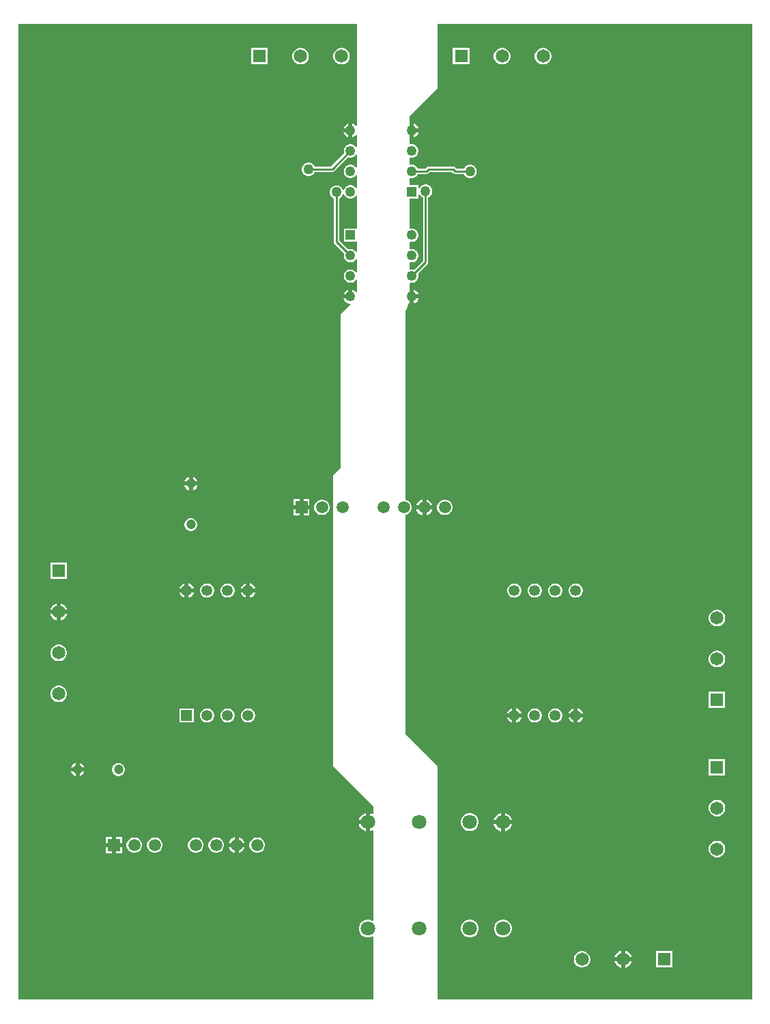
<source format=gbl>
G04*
G04 #@! TF.GenerationSoftware,Altium Limited,Altium Designer,21.9.2 (33)*
G04*
G04 Layer_Physical_Order=2*
G04 Layer_Color=16711680*
%FSLAX43Y43*%
%MOMM*%
G71*
G04*
G04 #@! TF.SameCoordinates,8A64DE41-CE10-4B2C-A13A-6A112CDDCE5D*
G04*
G04*
G04 #@! TF.FilePolarity,Positive*
G04*
G01*
G75*
%ADD14C,0.254*%
%ADD42C,1.350*%
%ADD43R,1.350X1.350*%
%ADD46C,1.650*%
%ADD47R,1.650X1.650*%
%ADD48C,1.250*%
%ADD49R,1.250X1.250*%
%ADD50C,1.800*%
%ADD51R,1.650X1.650*%
%ADD52C,1.200*%
%ADD53C,1.508*%
%ADD54R,1.508X1.508*%
%ADD55C,1.270*%
G36*
X43000Y109399D02*
X42873Y109370D01*
X42730Y109513D01*
X42529Y109629D01*
X42444Y109652D01*
Y108810D01*
Y107968D01*
X42529Y107991D01*
X42730Y108107D01*
X42873Y108250D01*
X43000Y108221D01*
Y106771D01*
X42873Y106737D01*
X42850Y106777D01*
X42697Y106930D01*
X42508Y107039D01*
X42299Y107095D01*
X42081D01*
X41872Y107039D01*
X41683Y106930D01*
X41530Y106777D01*
X41421Y106588D01*
X41365Y106379D01*
Y106161D01*
X41417Y105968D01*
X39782Y104333D01*
X37772D01*
X37668Y104513D01*
X37513Y104668D01*
X37322Y104778D01*
X37110Y104835D01*
X36890D01*
X36678Y104778D01*
X36487Y104668D01*
X36332Y104513D01*
X36222Y104322D01*
X36165Y104110D01*
Y103890D01*
X36222Y103678D01*
X36332Y103487D01*
X36487Y103332D01*
X36678Y103222D01*
X36890Y103165D01*
X37110D01*
X37322Y103222D01*
X37513Y103332D01*
X37668Y103487D01*
X37772Y103667D01*
X39920D01*
X40048Y103692D01*
X40156Y103764D01*
X41888Y105497D01*
X42081Y105445D01*
X42299D01*
X42508Y105501D01*
X42697Y105610D01*
X42850Y105763D01*
X42873Y105803D01*
X43000Y105769D01*
Y104231D01*
X42873Y104197D01*
X42850Y104237D01*
X42697Y104390D01*
X42508Y104499D01*
X42299Y104555D01*
X42081D01*
X41872Y104499D01*
X41683Y104390D01*
X41530Y104237D01*
X41421Y104048D01*
X41365Y103839D01*
Y103621D01*
X41421Y103412D01*
X41530Y103223D01*
X41683Y103070D01*
X41872Y102961D01*
X42081Y102905D01*
X42299D01*
X42508Y102961D01*
X42697Y103070D01*
X42850Y103223D01*
X42873Y103263D01*
X43000Y103229D01*
Y101691D01*
X42873Y101657D01*
X42850Y101697D01*
X42697Y101850D01*
X42508Y101959D01*
X42299Y102015D01*
X42081D01*
X41872Y101959D01*
X41683Y101850D01*
X41530Y101697D01*
X41421Y101508D01*
X41395Y101411D01*
X41264D01*
X41248Y101467D01*
X41139Y101658D01*
X40983Y101813D01*
X40793Y101923D01*
X40580Y101980D01*
X40360D01*
X40148Y101923D01*
X39958Y101813D01*
X39802Y101658D01*
X39692Y101467D01*
X39635Y101255D01*
Y101035D01*
X39692Y100823D01*
X39802Y100632D01*
X39958Y100477D01*
X40137Y100373D01*
Y94990D01*
X40162Y94862D01*
X40235Y94754D01*
X41417Y93572D01*
X41365Y93379D01*
Y93161D01*
X41421Y92952D01*
X41530Y92763D01*
X41683Y92610D01*
X41872Y92501D01*
X42081Y92445D01*
X42299D01*
X42508Y92501D01*
X42697Y92610D01*
X42850Y92763D01*
X42873Y92803D01*
X43000Y92769D01*
Y91231D01*
X42873Y91197D01*
X42850Y91237D01*
X42697Y91390D01*
X42508Y91499D01*
X42299Y91555D01*
X42081D01*
X41872Y91499D01*
X41683Y91390D01*
X41530Y91237D01*
X41421Y91048D01*
X41365Y90839D01*
Y90621D01*
X41421Y90412D01*
X41530Y90223D01*
X41683Y90070D01*
X41872Y89961D01*
X42081Y89905D01*
X42299D01*
X42508Y89961D01*
X42697Y90070D01*
X42850Y90223D01*
X42873Y90263D01*
X43000Y90229D01*
Y88779D01*
X42873Y88750D01*
X42730Y88893D01*
X42529Y89009D01*
X42444Y89032D01*
Y88190D01*
X42190D01*
Y87936D01*
X41348D01*
X41371Y87851D01*
X41487Y87650D01*
X41650Y87487D01*
X41851Y87371D01*
X42074Y87311D01*
X42131D01*
X42184Y87184D01*
X41000Y86000D01*
Y67000D01*
X40000Y66000D01*
Y30000D01*
X45000Y25000D01*
Y24084D01*
X44890Y24021D01*
X44795Y24075D01*
X44604Y24127D01*
Y23000D01*
Y21873D01*
X44795Y21925D01*
X44890Y21979D01*
X45000Y21916D01*
Y10822D01*
X44890Y10758D01*
X44775Y10825D01*
X44495Y10900D01*
X44205D01*
X43925Y10825D01*
X43675Y10680D01*
X43470Y10475D01*
X43325Y10225D01*
X43250Y9945D01*
Y9655D01*
X43325Y9375D01*
X43470Y9125D01*
X43675Y8920D01*
X43925Y8775D01*
X44205Y8700D01*
X44495D01*
X44775Y8775D01*
X44890Y8842D01*
X45000Y8778D01*
Y1000D01*
X1000D01*
Y122000D01*
X43000D01*
Y109399D01*
D02*
G37*
G36*
X92000Y1000D02*
X53000D01*
Y30000D01*
X49000Y34000D01*
Y61113D01*
X49178Y61161D01*
X49396Y61287D01*
X49573Y61464D01*
X49699Y61682D01*
X49764Y61924D01*
Y62176D01*
X49699Y62418D01*
X49573Y62636D01*
X49396Y62813D01*
X49178Y62939D01*
X49000Y62987D01*
Y86279D01*
X49004Y86288D01*
X49142Y86621D01*
X49143Y86625D01*
X49145Y86629D01*
X49245Y86976D01*
X49339Y87300D01*
X49440Y87367D01*
X49482Y87368D01*
X49556Y87348D01*
Y88190D01*
Y89089D01*
X49510Y89124D01*
Y89852D01*
X49611Y89929D01*
X49701Y89905D01*
X49919D01*
X50128Y89961D01*
X50317Y90070D01*
X50470Y90223D01*
X50579Y90412D01*
X50635Y90621D01*
Y90839D01*
X50583Y91032D01*
X51746Y92194D01*
X51818Y92302D01*
X51843Y92430D01*
Y100483D01*
X52023Y100586D01*
X52178Y100742D01*
X52288Y100932D01*
X52345Y101144D01*
Y101364D01*
X52288Y101577D01*
X52178Y101767D01*
X52023Y101923D01*
X51832Y102033D01*
X51620Y102089D01*
X51400D01*
X51188Y102033D01*
X50997Y101923D01*
X50842Y101767D01*
X50762Y101629D01*
X50635Y101663D01*
Y102015D01*
X49510D01*
Y102852D01*
X49611Y102929D01*
X49701Y102905D01*
X49919D01*
X50128Y102961D01*
X50317Y103070D01*
X50470Y103223D01*
X50574Y103404D01*
X51616D01*
X51744Y103429D01*
X51852Y103501D01*
X52017Y103667D01*
X54813D01*
X54978Y103501D01*
X55086Y103429D01*
X55214Y103404D01*
X56252D01*
X56352Y103231D01*
X56507Y103076D01*
X56698Y102966D01*
X56910Y102909D01*
X57130D01*
X57342Y102966D01*
X57533Y103076D01*
X57688Y103231D01*
X57798Y103422D01*
X57855Y103634D01*
Y103854D01*
X57798Y104066D01*
X57688Y104257D01*
X57533Y104412D01*
X57342Y104522D01*
X57130Y104579D01*
X56910D01*
X56698Y104522D01*
X56507Y104412D01*
X56352Y104257D01*
X56244Y104070D01*
X55352D01*
X55187Y104236D01*
X55078Y104308D01*
X54951Y104333D01*
X51879D01*
X51751Y104308D01*
X51643Y104236D01*
X51478Y104070D01*
X50566D01*
X50470Y104237D01*
X50317Y104390D01*
X50128Y104499D01*
X49919Y104555D01*
X49701D01*
X49611Y104531D01*
X49510Y104608D01*
Y105392D01*
X49611Y105469D01*
X49701Y105445D01*
X49919D01*
X50128Y105501D01*
X50317Y105610D01*
X50470Y105763D01*
X50579Y105952D01*
X50635Y106161D01*
Y106379D01*
X50579Y106588D01*
X50470Y106777D01*
X50317Y106930D01*
X50128Y107039D01*
X49919Y107095D01*
X49701D01*
X49611Y107071D01*
X49510Y107148D01*
Y107876D01*
X49556Y107911D01*
Y108810D01*
Y109709D01*
X49510Y109744D01*
Y110510D01*
X52000Y113000D01*
X53000Y114000D01*
Y122000D01*
X92000D01*
Y1000D01*
D02*
G37*
G36*
X50842Y100742D02*
X50997Y100586D01*
X51177Y100483D01*
Y92568D01*
X50112Y91503D01*
X49919Y91555D01*
X49701D01*
X49611Y91531D01*
X49510Y91608D01*
Y92392D01*
X49611Y92469D01*
X49701Y92445D01*
X49919D01*
X50128Y92501D01*
X50317Y92610D01*
X50470Y92763D01*
X50579Y92952D01*
X50635Y93161D01*
Y93379D01*
X50579Y93588D01*
X50470Y93777D01*
X50317Y93930D01*
X50128Y94039D01*
X49919Y94095D01*
X49701D01*
X49611Y94071D01*
X49510Y94148D01*
Y94905D01*
X49629Y95004D01*
X49701Y94985D01*
X49919D01*
X50128Y95041D01*
X50317Y95150D01*
X50470Y95303D01*
X50579Y95492D01*
X50635Y95701D01*
Y95919D01*
X50579Y96128D01*
X50470Y96317D01*
X50317Y96470D01*
X50128Y96579D01*
X49919Y96635D01*
X49701D01*
X49629Y96616D01*
X49510Y96715D01*
Y100365D01*
X50635D01*
Y100846D01*
X50762Y100880D01*
X50842Y100742D01*
D02*
G37*
G36*
X41421Y100872D02*
X41530Y100683D01*
X41683Y100530D01*
X41872Y100421D01*
X42081Y100365D01*
X42299D01*
X42508Y100421D01*
X42697Y100530D01*
X42850Y100683D01*
X42873Y100723D01*
X43000Y100689D01*
Y96635D01*
X41365D01*
Y94985D01*
X43000D01*
Y93771D01*
X42873Y93737D01*
X42850Y93777D01*
X42697Y93930D01*
X42508Y94039D01*
X42299Y94095D01*
X42081D01*
X41888Y94043D01*
X40804Y95128D01*
Y100373D01*
X40983Y100477D01*
X41139Y100632D01*
X41248Y100823D01*
X41276Y100924D01*
X41407D01*
X41421Y100872D01*
D02*
G37*
%LPC*%
G36*
X41215Y119025D02*
X40945D01*
X40684Y118955D01*
X40451Y118820D01*
X40260Y118629D01*
X40125Y118396D01*
X40055Y118135D01*
Y117865D01*
X40125Y117604D01*
X40260Y117371D01*
X40451Y117180D01*
X40684Y117045D01*
X40945Y116975D01*
X41215D01*
X41476Y117045D01*
X41709Y117180D01*
X41900Y117371D01*
X42035Y117604D01*
X42105Y117865D01*
Y118135D01*
X42035Y118396D01*
X41900Y118629D01*
X41709Y118820D01*
X41476Y118955D01*
X41215Y119025D01*
D02*
G37*
G36*
X36135D02*
X35865D01*
X35604Y118955D01*
X35371Y118820D01*
X35180Y118629D01*
X35045Y118396D01*
X34975Y118135D01*
Y117865D01*
X35045Y117604D01*
X35180Y117371D01*
X35371Y117180D01*
X35604Y117045D01*
X35865Y116975D01*
X36135D01*
X36396Y117045D01*
X36629Y117180D01*
X36820Y117371D01*
X36955Y117604D01*
X37025Y117865D01*
Y118135D01*
X36955Y118396D01*
X36820Y118629D01*
X36629Y118820D01*
X36396Y118955D01*
X36135Y119025D01*
D02*
G37*
G36*
X31945D02*
X29895D01*
Y116975D01*
X31945D01*
Y119025D01*
D02*
G37*
G36*
X41936Y109652D02*
X41851Y109629D01*
X41650Y109513D01*
X41487Y109350D01*
X41371Y109149D01*
X41348Y109064D01*
X41936D01*
Y109652D01*
D02*
G37*
G36*
Y108556D02*
X41348D01*
X41371Y108471D01*
X41487Y108270D01*
X41650Y108107D01*
X41851Y107991D01*
X41936Y107968D01*
Y108556D01*
D02*
G37*
G36*
Y89032D02*
X41851Y89009D01*
X41650Y88893D01*
X41487Y88730D01*
X41371Y88529D01*
X41348Y88444D01*
X41936D01*
Y89032D01*
D02*
G37*
G36*
X22654Y65806D02*
Y65244D01*
X23216D01*
X23196Y65320D01*
X23083Y65514D01*
X22924Y65673D01*
X22730Y65786D01*
X22654Y65806D01*
D02*
G37*
G36*
X22146Y65806D02*
X22070Y65786D01*
X21876Y65673D01*
X21717Y65514D01*
X21604Y65320D01*
X21584Y65244D01*
X22146D01*
Y65806D01*
D02*
G37*
G36*
X23216Y64736D02*
X22654D01*
Y64174D01*
X22730Y64194D01*
X22924Y64307D01*
X23083Y64466D01*
X23196Y64660D01*
X23216Y64736D01*
D02*
G37*
G36*
X22146D02*
X21584D01*
X21604Y64660D01*
X21717Y64466D01*
X21876Y64307D01*
X22070Y64194D01*
X22146Y64174D01*
Y64736D01*
D02*
G37*
G36*
X37118Y63058D02*
X36364D01*
Y62304D01*
X37118D01*
Y63058D01*
D02*
G37*
G36*
X35856D02*
X35102D01*
Y62304D01*
X35856D01*
Y63058D01*
D02*
G37*
G36*
X38776Y63004D02*
X38524D01*
X38282Y62939D01*
X38064Y62813D01*
X37887Y62636D01*
X37761Y62418D01*
X37696Y62176D01*
Y61924D01*
X37761Y61682D01*
X37887Y61464D01*
X38064Y61287D01*
X38282Y61161D01*
X38524Y61096D01*
X38776D01*
X39018Y61161D01*
X39236Y61287D01*
X39413Y61464D01*
X39539Y61682D01*
X39604Y61924D01*
Y62176D01*
X39539Y62418D01*
X39413Y62636D01*
X39236Y62813D01*
X39018Y62939D01*
X38776Y63004D01*
D02*
G37*
G36*
X37118Y61796D02*
X36364D01*
Y61042D01*
X37118D01*
Y61796D01*
D02*
G37*
G36*
X35856D02*
X35102D01*
Y61042D01*
X35856D01*
Y61796D01*
D02*
G37*
G36*
X22505Y60710D02*
X22295D01*
X22091Y60655D01*
X21909Y60550D01*
X21760Y60401D01*
X21655Y60219D01*
X21600Y60015D01*
Y59805D01*
X21655Y59601D01*
X21760Y59419D01*
X21909Y59270D01*
X22091Y59164D01*
X22295Y59110D01*
X22505D01*
X22709Y59164D01*
X22891Y59270D01*
X23040Y59419D01*
X23146Y59601D01*
X23200Y59805D01*
Y60015D01*
X23146Y60219D01*
X23040Y60401D01*
X22891Y60550D01*
X22709Y60655D01*
X22505Y60710D01*
D02*
G37*
G36*
X7025Y55185D02*
X4975D01*
Y53135D01*
X7025D01*
Y55185D01*
D02*
G37*
G36*
X29744Y52641D02*
Y52002D01*
X30384D01*
X30356Y52106D01*
X30233Y52318D01*
X30060Y52491D01*
X29849Y52613D01*
X29744Y52641D01*
D02*
G37*
G36*
X22124D02*
Y52002D01*
X22764D01*
X22736Y52106D01*
X22613Y52318D01*
X22440Y52491D01*
X22229Y52613D01*
X22124Y52641D01*
D02*
G37*
G36*
X29236D02*
X29131Y52613D01*
X28920Y52491D01*
X28747Y52318D01*
X28624Y52106D01*
X28596Y52002D01*
X29236D01*
Y52641D01*
D02*
G37*
G36*
X21616D02*
X21511Y52613D01*
X21300Y52491D01*
X21127Y52318D01*
X21004Y52106D01*
X20976Y52002D01*
X21616D01*
Y52641D01*
D02*
G37*
G36*
X27065Y52623D02*
X26835D01*
X26612Y52563D01*
X26413Y52448D01*
X26250Y52285D01*
X26135Y52085D01*
X26075Y51863D01*
Y51632D01*
X26135Y51410D01*
X26250Y51210D01*
X26413Y51047D01*
X26612Y50932D01*
X26835Y50873D01*
X27065D01*
X27288Y50932D01*
X27487Y51047D01*
X27650Y51210D01*
X27765Y51410D01*
X27825Y51632D01*
Y51863D01*
X27765Y52085D01*
X27650Y52285D01*
X27487Y52448D01*
X27288Y52563D01*
X27065Y52623D01*
D02*
G37*
G36*
X24525D02*
X24295D01*
X24072Y52563D01*
X23873Y52448D01*
X23710Y52285D01*
X23595Y52085D01*
X23535Y51863D01*
Y51632D01*
X23595Y51410D01*
X23710Y51210D01*
X23873Y51047D01*
X24072Y50932D01*
X24295Y50873D01*
X24525D01*
X24748Y50932D01*
X24947Y51047D01*
X25110Y51210D01*
X25225Y51410D01*
X25285Y51632D01*
Y51863D01*
X25225Y52085D01*
X25110Y52285D01*
X24947Y52448D01*
X24748Y52563D01*
X24525Y52623D01*
D02*
G37*
G36*
X30384Y51494D02*
X29744D01*
Y50854D01*
X29849Y50882D01*
X30060Y51004D01*
X30233Y51177D01*
X30356Y51389D01*
X30384Y51494D01*
D02*
G37*
G36*
X22764D02*
X22124D01*
Y50854D01*
X22229Y50882D01*
X22440Y51004D01*
X22613Y51177D01*
X22736Y51389D01*
X22764Y51494D01*
D02*
G37*
G36*
X29236D02*
X28596D01*
X28624Y51389D01*
X28747Y51177D01*
X28920Y51004D01*
X29131Y50882D01*
X29236Y50854D01*
Y51494D01*
D02*
G37*
G36*
X21616D02*
X20976D01*
X21004Y51389D01*
X21127Y51177D01*
X21300Y51004D01*
X21511Y50882D01*
X21616Y50854D01*
Y51494D01*
D02*
G37*
G36*
X6254Y50129D02*
Y49334D01*
X7049D01*
X7005Y49496D01*
X6863Y49743D01*
X6663Y49943D01*
X6416Y50085D01*
X6254Y50129D01*
D02*
G37*
G36*
X5746D02*
X5584Y50085D01*
X5337Y49943D01*
X5137Y49743D01*
X4995Y49496D01*
X4951Y49334D01*
X5746D01*
Y50129D01*
D02*
G37*
G36*
X7049Y48826D02*
X6254D01*
Y48031D01*
X6416Y48075D01*
X6663Y48217D01*
X6863Y48417D01*
X7005Y48664D01*
X7049Y48826D01*
D02*
G37*
G36*
X5746D02*
X4951D01*
X4995Y48664D01*
X5137Y48417D01*
X5337Y48217D01*
X5584Y48075D01*
X5746Y48031D01*
Y48826D01*
D02*
G37*
G36*
X6135Y45025D02*
X5865D01*
X5604Y44955D01*
X5371Y44820D01*
X5180Y44629D01*
X5045Y44396D01*
X4975Y44135D01*
Y43865D01*
X5045Y43604D01*
X5180Y43371D01*
X5371Y43180D01*
X5604Y43045D01*
X5865Y42975D01*
X6135D01*
X6396Y43045D01*
X6629Y43180D01*
X6820Y43371D01*
X6955Y43604D01*
X7025Y43865D01*
Y44135D01*
X6955Y44396D01*
X6820Y44629D01*
X6629Y44820D01*
X6396Y44955D01*
X6135Y45025D01*
D02*
G37*
G36*
Y39945D02*
X5865D01*
X5604Y39875D01*
X5371Y39740D01*
X5180Y39549D01*
X5045Y39316D01*
X4975Y39055D01*
Y38785D01*
X5045Y38524D01*
X5180Y38291D01*
X5371Y38100D01*
X5604Y37965D01*
X5865Y37895D01*
X6135D01*
X6396Y37965D01*
X6629Y38100D01*
X6820Y38291D01*
X6955Y38524D01*
X7025Y38785D01*
Y39055D01*
X6955Y39316D01*
X6820Y39549D01*
X6629Y39740D01*
X6396Y39875D01*
X6135Y39945D01*
D02*
G37*
G36*
X29605Y37128D02*
X29375D01*
X29152Y37068D01*
X28953Y36953D01*
X28790Y36790D01*
X28675Y36590D01*
X28615Y36368D01*
Y36137D01*
X28675Y35915D01*
X28790Y35715D01*
X28953Y35552D01*
X29152Y35437D01*
X29375Y35378D01*
X29605D01*
X29828Y35437D01*
X30027Y35552D01*
X30190Y35715D01*
X30305Y35915D01*
X30365Y36137D01*
Y36368D01*
X30305Y36590D01*
X30190Y36790D01*
X30027Y36953D01*
X29828Y37068D01*
X29605Y37128D01*
D02*
G37*
G36*
X27065D02*
X26835D01*
X26612Y37068D01*
X26413Y36953D01*
X26250Y36790D01*
X26135Y36590D01*
X26075Y36368D01*
Y36137D01*
X26135Y35915D01*
X26250Y35715D01*
X26413Y35552D01*
X26612Y35437D01*
X26835Y35378D01*
X27065D01*
X27288Y35437D01*
X27487Y35552D01*
X27650Y35715D01*
X27765Y35915D01*
X27825Y36137D01*
Y36368D01*
X27765Y36590D01*
X27650Y36790D01*
X27487Y36953D01*
X27288Y37068D01*
X27065Y37128D01*
D02*
G37*
G36*
X24525D02*
X24295D01*
X24072Y37068D01*
X23873Y36953D01*
X23710Y36790D01*
X23595Y36590D01*
X23535Y36368D01*
Y36137D01*
X23595Y35915D01*
X23710Y35715D01*
X23873Y35552D01*
X24072Y35437D01*
X24295Y35378D01*
X24525D01*
X24748Y35437D01*
X24947Y35552D01*
X25110Y35715D01*
X25225Y35915D01*
X25285Y36137D01*
Y36368D01*
X25225Y36590D01*
X25110Y36790D01*
X24947Y36953D01*
X24748Y37068D01*
X24525Y37128D01*
D02*
G37*
G36*
X22745D02*
X20995D01*
Y35378D01*
X22745D01*
Y37128D01*
D02*
G37*
G36*
X8595Y30354D02*
Y29792D01*
X9157D01*
X9137Y29868D01*
X9024Y30062D01*
X8865Y30221D01*
X8670Y30334D01*
X8595Y30354D01*
D02*
G37*
G36*
X8087D02*
X8011Y30334D01*
X7816Y30221D01*
X7657Y30062D01*
X7545Y29868D01*
X7525Y29792D01*
X8087D01*
Y30354D01*
D02*
G37*
G36*
X13526Y30338D02*
X13315D01*
X13112Y30283D01*
X12930Y30178D01*
X12781Y30029D01*
X12675Y29847D01*
X12621Y29643D01*
Y29433D01*
X12675Y29229D01*
X12781Y29047D01*
X12930Y28898D01*
X13112Y28792D01*
X13315Y28738D01*
X13526D01*
X13730Y28792D01*
X13912Y28898D01*
X14061Y29047D01*
X14166Y29229D01*
X14221Y29433D01*
Y29643D01*
X14166Y29847D01*
X14061Y30029D01*
X13912Y30178D01*
X13730Y30283D01*
X13526Y30338D01*
D02*
G37*
G36*
X9157Y29284D02*
X8595D01*
Y28722D01*
X8670Y28742D01*
X8865Y28855D01*
X9024Y29014D01*
X9137Y29208D01*
X9157Y29284D01*
D02*
G37*
G36*
X8087D02*
X7525D01*
X7545Y29208D01*
X7657Y29014D01*
X7816Y28855D01*
X8011Y28742D01*
X8087Y28722D01*
Y29284D01*
D02*
G37*
G36*
X44096Y24127D02*
X43905Y24075D01*
X43641Y23923D01*
X43427Y23709D01*
X43275Y23445D01*
X43223Y23254D01*
X44096D01*
Y24127D01*
D02*
G37*
G36*
Y22746D02*
X43223D01*
X43275Y22555D01*
X43427Y22291D01*
X43641Y22077D01*
X43905Y21925D01*
X44096Y21873D01*
Y22746D01*
D02*
G37*
G36*
X28333Y21143D02*
Y20421D01*
X29054D01*
X29018Y20556D01*
X28885Y20786D01*
X28698Y20974D01*
X28468Y21106D01*
X28333Y21143D01*
D02*
G37*
G36*
X27825D02*
X27690Y21106D01*
X27460Y20974D01*
X27272Y20786D01*
X27140Y20556D01*
X27103Y20421D01*
X27825D01*
Y21143D01*
D02*
G37*
G36*
X13847Y21175D02*
X13093D01*
Y20421D01*
X13847D01*
Y21175D01*
D02*
G37*
G36*
X12585D02*
X11831D01*
Y20421D01*
X12585D01*
Y21175D01*
D02*
G37*
G36*
X30744Y21121D02*
X30493D01*
X30251Y21056D01*
X30033Y20931D01*
X29855Y20753D01*
X29730Y20535D01*
X29665Y20293D01*
Y20042D01*
X29730Y19799D01*
X29855Y19581D01*
X30033Y19404D01*
X30251Y19278D01*
X30493Y19213D01*
X30744D01*
X30987Y19278D01*
X31205Y19404D01*
X31382Y19581D01*
X31508Y19799D01*
X31573Y20042D01*
Y20293D01*
X31508Y20535D01*
X31382Y20753D01*
X31205Y20931D01*
X30987Y21056D01*
X30744Y21121D01*
D02*
G37*
G36*
X25664D02*
X25413D01*
X25171Y21056D01*
X24953Y20931D01*
X24775Y20753D01*
X24650Y20535D01*
X24585Y20293D01*
Y20042D01*
X24650Y19799D01*
X24775Y19581D01*
X24953Y19404D01*
X25171Y19278D01*
X25413Y19213D01*
X25664D01*
X25907Y19278D01*
X26125Y19404D01*
X26302Y19581D01*
X26428Y19799D01*
X26493Y20042D01*
Y20293D01*
X26428Y20535D01*
X26302Y20753D01*
X26125Y20931D01*
X25907Y21056D01*
X25664Y21121D01*
D02*
G37*
G36*
X23124D02*
X22873D01*
X22631Y21056D01*
X22413Y20931D01*
X22236Y20753D01*
X22110Y20535D01*
X22045Y20293D01*
Y20042D01*
X22110Y19799D01*
X22236Y19581D01*
X22413Y19404D01*
X22631Y19278D01*
X22873Y19213D01*
X23124D01*
X23367Y19278D01*
X23585Y19404D01*
X23762Y19581D01*
X23888Y19799D01*
X23953Y20042D01*
Y20293D01*
X23888Y20535D01*
X23762Y20753D01*
X23585Y20931D01*
X23367Y21056D01*
X23124Y21121D01*
D02*
G37*
G36*
X18044D02*
X17793D01*
X17551Y21056D01*
X17333Y20931D01*
X17156Y20753D01*
X17030Y20535D01*
X16965Y20293D01*
Y20042D01*
X17030Y19799D01*
X17156Y19581D01*
X17333Y19404D01*
X17551Y19278D01*
X17793Y19213D01*
X18044D01*
X18287Y19278D01*
X18505Y19404D01*
X18682Y19581D01*
X18808Y19799D01*
X18873Y20042D01*
Y20293D01*
X18808Y20535D01*
X18682Y20753D01*
X18505Y20931D01*
X18287Y21056D01*
X18044Y21121D01*
D02*
G37*
G36*
X15504D02*
X15253D01*
X15011Y21056D01*
X14793Y20931D01*
X14616Y20753D01*
X14490Y20535D01*
X14425Y20293D01*
Y20042D01*
X14490Y19799D01*
X14616Y19581D01*
X14793Y19404D01*
X15011Y19278D01*
X15253Y19213D01*
X15504D01*
X15747Y19278D01*
X15965Y19404D01*
X16142Y19581D01*
X16268Y19799D01*
X16333Y20042D01*
Y20293D01*
X16268Y20535D01*
X16142Y20753D01*
X15965Y20931D01*
X15747Y21056D01*
X15504Y21121D01*
D02*
G37*
G36*
X29054Y19913D02*
X28333D01*
Y19192D01*
X28468Y19228D01*
X28698Y19361D01*
X28885Y19548D01*
X29018Y19778D01*
X29054Y19913D01*
D02*
G37*
G36*
X27825D02*
X27103D01*
X27140Y19778D01*
X27272Y19548D01*
X27460Y19361D01*
X27690Y19228D01*
X27825Y19192D01*
Y19913D01*
D02*
G37*
G36*
X13847D02*
X13093D01*
Y19159D01*
X13847D01*
Y19913D01*
D02*
G37*
G36*
X12585D02*
X11831D01*
Y19159D01*
X12585D01*
Y19913D01*
D02*
G37*
G36*
X66215Y119025D02*
X65945D01*
X65684Y118955D01*
X65451Y118820D01*
X65260Y118629D01*
X65125Y118396D01*
X65055Y118135D01*
Y117865D01*
X65125Y117604D01*
X65260Y117371D01*
X65451Y117180D01*
X65684Y117045D01*
X65945Y116975D01*
X66215D01*
X66476Y117045D01*
X66709Y117180D01*
X66900Y117371D01*
X67035Y117604D01*
X67105Y117865D01*
Y118135D01*
X67035Y118396D01*
X66900Y118629D01*
X66709Y118820D01*
X66476Y118955D01*
X66215Y119025D01*
D02*
G37*
G36*
X61135D02*
X60865D01*
X60604Y118955D01*
X60371Y118820D01*
X60180Y118629D01*
X60045Y118396D01*
X59975Y118135D01*
Y117865D01*
X60045Y117604D01*
X60180Y117371D01*
X60371Y117180D01*
X60604Y117045D01*
X60865Y116975D01*
X61135D01*
X61396Y117045D01*
X61629Y117180D01*
X61820Y117371D01*
X61955Y117604D01*
X62025Y117865D01*
Y118135D01*
X61955Y118396D01*
X61820Y118629D01*
X61629Y118820D01*
X61396Y118955D01*
X61135Y119025D01*
D02*
G37*
G36*
X56945D02*
X54895D01*
Y116975D01*
X56945D01*
Y119025D01*
D02*
G37*
G36*
X50064Y109652D02*
Y109064D01*
X50652D01*
X50629Y109149D01*
X50513Y109350D01*
X50350Y109513D01*
X50149Y109629D01*
X50064Y109652D01*
D02*
G37*
G36*
X50652Y108556D02*
X50064D01*
Y107968D01*
X50149Y107991D01*
X50350Y108107D01*
X50513Y108270D01*
X50629Y108471D01*
X50652Y108556D01*
D02*
G37*
G36*
X50064Y89032D02*
Y88444D01*
X50652D01*
X50629Y88529D01*
X50513Y88730D01*
X50350Y88893D01*
X50149Y89009D01*
X50064Y89032D01*
D02*
G37*
G36*
X50652Y87936D02*
X50064D01*
Y87348D01*
X50149Y87371D01*
X50350Y87487D01*
X50513Y87650D01*
X50629Y87851D01*
X50652Y87936D01*
D02*
G37*
G36*
X51604Y63025D02*
Y62304D01*
X52325D01*
X52289Y62439D01*
X52157Y62669D01*
X51969Y62857D01*
X51739Y62989D01*
X51604Y63025D01*
D02*
G37*
G36*
X51096D02*
X50961Y62989D01*
X50731Y62857D01*
X50543Y62669D01*
X50411Y62439D01*
X50374Y62304D01*
X51096D01*
Y63025D01*
D02*
G37*
G36*
X54016Y63004D02*
X53764D01*
X53522Y62939D01*
X53304Y62813D01*
X53127Y62636D01*
X53001Y62418D01*
X52936Y62176D01*
Y61924D01*
X53001Y61682D01*
X53127Y61464D01*
X53304Y61287D01*
X53522Y61161D01*
X53764Y61096D01*
X54016D01*
X54258Y61161D01*
X54476Y61287D01*
X54653Y61464D01*
X54779Y61682D01*
X54844Y61924D01*
Y62176D01*
X54779Y62418D01*
X54653Y62636D01*
X54476Y62813D01*
X54258Y62939D01*
X54016Y63004D01*
D02*
G37*
G36*
X52325Y61796D02*
X51604D01*
Y61074D01*
X51739Y61111D01*
X51969Y61243D01*
X52157Y61431D01*
X52289Y61661D01*
X52325Y61796D01*
D02*
G37*
G36*
X51096D02*
X50374D01*
X50411Y61661D01*
X50543Y61431D01*
X50731Y61243D01*
X50961Y61111D01*
X51096Y61074D01*
Y61796D01*
D02*
G37*
G36*
X70245Y52623D02*
X70015D01*
X69792Y52563D01*
X69593Y52448D01*
X69430Y52285D01*
X69315Y52085D01*
X69255Y51863D01*
Y51632D01*
X69315Y51410D01*
X69430Y51210D01*
X69593Y51047D01*
X69792Y50932D01*
X70015Y50873D01*
X70245D01*
X70468Y50932D01*
X70667Y51047D01*
X70830Y51210D01*
X70945Y51410D01*
X71005Y51632D01*
Y51863D01*
X70945Y52085D01*
X70830Y52285D01*
X70667Y52448D01*
X70468Y52563D01*
X70245Y52623D01*
D02*
G37*
G36*
X67705D02*
X67475D01*
X67252Y52563D01*
X67053Y52448D01*
X66890Y52285D01*
X66775Y52085D01*
X66715Y51863D01*
Y51632D01*
X66775Y51410D01*
X66890Y51210D01*
X67053Y51047D01*
X67252Y50932D01*
X67475Y50873D01*
X67705D01*
X67928Y50932D01*
X68127Y51047D01*
X68290Y51210D01*
X68405Y51410D01*
X68465Y51632D01*
Y51863D01*
X68405Y52085D01*
X68290Y52285D01*
X68127Y52448D01*
X67928Y52563D01*
X67705Y52623D01*
D02*
G37*
G36*
X65165D02*
X64935D01*
X64712Y52563D01*
X64513Y52448D01*
X64350Y52285D01*
X64235Y52085D01*
X64175Y51863D01*
Y51632D01*
X64235Y51410D01*
X64350Y51210D01*
X64513Y51047D01*
X64712Y50932D01*
X64935Y50873D01*
X65165D01*
X65388Y50932D01*
X65587Y51047D01*
X65750Y51210D01*
X65865Y51410D01*
X65925Y51632D01*
Y51863D01*
X65865Y52085D01*
X65750Y52285D01*
X65587Y52448D01*
X65388Y52563D01*
X65165Y52623D01*
D02*
G37*
G36*
X62625D02*
X62395D01*
X62172Y52563D01*
X61973Y52448D01*
X61810Y52285D01*
X61695Y52085D01*
X61635Y51863D01*
Y51632D01*
X61695Y51410D01*
X61810Y51210D01*
X61973Y51047D01*
X62172Y50932D01*
X62395Y50873D01*
X62625D01*
X62848Y50932D01*
X63047Y51047D01*
X63210Y51210D01*
X63325Y51410D01*
X63385Y51632D01*
Y51863D01*
X63325Y52085D01*
X63210Y52285D01*
X63047Y52448D01*
X62848Y52563D01*
X62625Y52623D01*
D02*
G37*
G36*
X87786Y49346D02*
X87517D01*
X87256Y49276D01*
X87022Y49141D01*
X86831Y48950D01*
X86696Y48716D01*
X86627Y48455D01*
Y48186D01*
X86696Y47925D01*
X86831Y47691D01*
X87022Y47500D01*
X87256Y47365D01*
X87517Y47296D01*
X87786D01*
X88047Y47365D01*
X88281Y47500D01*
X88472Y47691D01*
X88607Y47925D01*
X88677Y48186D01*
Y48455D01*
X88607Y48716D01*
X88472Y48950D01*
X88281Y49141D01*
X88047Y49276D01*
X87786Y49346D01*
D02*
G37*
G36*
Y44265D02*
X87517D01*
X87256Y44196D01*
X87022Y44061D01*
X86831Y43870D01*
X86696Y43636D01*
X86627Y43375D01*
Y43106D01*
X86696Y42845D01*
X86831Y42611D01*
X87022Y42420D01*
X87256Y42285D01*
X87517Y42215D01*
X87786D01*
X88047Y42285D01*
X88281Y42420D01*
X88472Y42611D01*
X88607Y42845D01*
X88677Y43106D01*
Y43375D01*
X88607Y43636D01*
X88472Y43870D01*
X88281Y44061D01*
X88047Y44196D01*
X87786Y44265D01*
D02*
G37*
G36*
X88677Y39186D02*
X86627D01*
Y37136D01*
X88677D01*
Y39186D01*
D02*
G37*
G36*
X70384Y37146D02*
Y36507D01*
X71024D01*
X70996Y36611D01*
X70873Y36823D01*
X70700Y36996D01*
X70489Y37118D01*
X70384Y37146D01*
D02*
G37*
G36*
X62764D02*
Y36507D01*
X63404D01*
X63376Y36611D01*
X63253Y36823D01*
X63080Y36996D01*
X62869Y37118D01*
X62764Y37146D01*
D02*
G37*
G36*
X69876D02*
X69771Y37118D01*
X69560Y36996D01*
X69387Y36823D01*
X69264Y36611D01*
X69236Y36507D01*
X69876D01*
Y37146D01*
D02*
G37*
G36*
X62256D02*
X62151Y37118D01*
X61940Y36996D01*
X61767Y36823D01*
X61644Y36611D01*
X61616Y36507D01*
X62256D01*
Y37146D01*
D02*
G37*
G36*
X67705Y37128D02*
X67475D01*
X67252Y37068D01*
X67053Y36953D01*
X66890Y36790D01*
X66775Y36590D01*
X66715Y36368D01*
Y36137D01*
X66775Y35915D01*
X66890Y35715D01*
X67053Y35552D01*
X67252Y35437D01*
X67475Y35378D01*
X67705D01*
X67928Y35437D01*
X68127Y35552D01*
X68290Y35715D01*
X68405Y35915D01*
X68465Y36137D01*
Y36368D01*
X68405Y36590D01*
X68290Y36790D01*
X68127Y36953D01*
X67928Y37068D01*
X67705Y37128D01*
D02*
G37*
G36*
X65165D02*
X64935D01*
X64712Y37068D01*
X64513Y36953D01*
X64350Y36790D01*
X64235Y36590D01*
X64175Y36368D01*
Y36137D01*
X64235Y35915D01*
X64350Y35715D01*
X64513Y35552D01*
X64712Y35437D01*
X64935Y35378D01*
X65165D01*
X65388Y35437D01*
X65587Y35552D01*
X65750Y35715D01*
X65865Y35915D01*
X65925Y36137D01*
Y36368D01*
X65865Y36590D01*
X65750Y36790D01*
X65587Y36953D01*
X65388Y37068D01*
X65165Y37128D01*
D02*
G37*
G36*
X71024Y35999D02*
X70384D01*
Y35359D01*
X70489Y35387D01*
X70700Y35509D01*
X70873Y35682D01*
X70996Y35894D01*
X71024Y35999D01*
D02*
G37*
G36*
X63404D02*
X62764D01*
Y35359D01*
X62869Y35387D01*
X63080Y35509D01*
X63253Y35682D01*
X63376Y35894D01*
X63404Y35999D01*
D02*
G37*
G36*
X69876D02*
X69236D01*
X69264Y35894D01*
X69387Y35682D01*
X69560Y35509D01*
X69771Y35387D01*
X69876Y35359D01*
Y35999D01*
D02*
G37*
G36*
X62256D02*
X61616D01*
X61644Y35894D01*
X61767Y35682D01*
X61940Y35509D01*
X62151Y35387D01*
X62256Y35359D01*
Y35999D01*
D02*
G37*
G36*
X88677Y30856D02*
X86627D01*
Y28806D01*
X88677D01*
Y30856D01*
D02*
G37*
G36*
X87787Y25776D02*
X87517D01*
X87256Y25706D01*
X87022Y25571D01*
X86831Y25380D01*
X86696Y25146D01*
X86627Y24886D01*
Y24616D01*
X86696Y24355D01*
X86831Y24121D01*
X87022Y23930D01*
X87256Y23796D01*
X87517Y23726D01*
X87787D01*
X88047Y23796D01*
X88281Y23930D01*
X88472Y24121D01*
X88607Y24355D01*
X88677Y24616D01*
Y24886D01*
X88607Y25146D01*
X88472Y25380D01*
X88281Y25571D01*
X88047Y25706D01*
X87787Y25776D01*
D02*
G37*
G36*
X61354Y24127D02*
Y23254D01*
X62227D01*
X62175Y23445D01*
X62023Y23709D01*
X61809Y23923D01*
X61545Y24075D01*
X61354Y24127D01*
D02*
G37*
G36*
X60846D02*
X60655Y24075D01*
X60391Y23923D01*
X60177Y23709D01*
X60025Y23445D01*
X59973Y23254D01*
X60846D01*
Y24127D01*
D02*
G37*
G36*
X57145Y24100D02*
X56855D01*
X56575Y24025D01*
X56325Y23880D01*
X56120Y23675D01*
X55975Y23425D01*
X55900Y23145D01*
Y22855D01*
X55975Y22575D01*
X56120Y22325D01*
X56325Y22120D01*
X56575Y21975D01*
X56855Y21900D01*
X57145D01*
X57425Y21975D01*
X57675Y22120D01*
X57880Y22325D01*
X58025Y22575D01*
X58100Y22855D01*
Y23145D01*
X58025Y23425D01*
X57880Y23675D01*
X57675Y23880D01*
X57425Y24025D01*
X57145Y24100D01*
D02*
G37*
G36*
X62227Y22746D02*
X61354D01*
Y21873D01*
X61545Y21925D01*
X61809Y22077D01*
X62023Y22291D01*
X62175Y22555D01*
X62227Y22746D01*
D02*
G37*
G36*
X60846D02*
X59973D01*
X60025Y22555D01*
X60177Y22291D01*
X60391Y22077D01*
X60655Y21925D01*
X60846Y21873D01*
Y22746D01*
D02*
G37*
G36*
X87787Y20696D02*
X87517D01*
X87256Y20626D01*
X87022Y20491D01*
X86831Y20300D01*
X86696Y20066D01*
X86627Y19806D01*
Y19536D01*
X86696Y19275D01*
X86831Y19041D01*
X87022Y18850D01*
X87256Y18716D01*
X87517Y18646D01*
X87787D01*
X88047Y18716D01*
X88281Y18850D01*
X88472Y19041D01*
X88607Y19275D01*
X88677Y19536D01*
Y19806D01*
X88607Y20066D01*
X88472Y20300D01*
X88281Y20491D01*
X88047Y20626D01*
X87787Y20696D01*
D02*
G37*
G36*
X61245Y10900D02*
X60955D01*
X60675Y10825D01*
X60425Y10680D01*
X60220Y10475D01*
X60075Y10225D01*
X60000Y9945D01*
Y9655D01*
X60075Y9375D01*
X60220Y9125D01*
X60425Y8920D01*
X60675Y8775D01*
X60955Y8700D01*
X61245D01*
X61525Y8775D01*
X61775Y8920D01*
X61980Y9125D01*
X62125Y9375D01*
X62200Y9655D01*
Y9945D01*
X62125Y10225D01*
X61980Y10475D01*
X61775Y10680D01*
X61525Y10825D01*
X61245Y10900D01*
D02*
G37*
G36*
X57145D02*
X56855D01*
X56575Y10825D01*
X56325Y10680D01*
X56120Y10475D01*
X55975Y10225D01*
X55900Y9945D01*
Y9655D01*
X55975Y9375D01*
X56120Y9125D01*
X56325Y8920D01*
X56575Y8775D01*
X56855Y8700D01*
X57145D01*
X57425Y8775D01*
X57675Y8920D01*
X57880Y9125D01*
X58025Y9375D01*
X58100Y9655D01*
Y9945D01*
X58025Y10225D01*
X57880Y10475D01*
X57675Y10680D01*
X57425Y10825D01*
X57145Y10900D01*
D02*
G37*
G36*
X76254Y7049D02*
Y6254D01*
X77049D01*
X77006Y6416D01*
X76863Y6663D01*
X76663Y6863D01*
X76417Y7005D01*
X76254Y7049D01*
D02*
G37*
G36*
X75746D02*
X75584Y7005D01*
X75338Y6863D01*
X75137Y6663D01*
X74995Y6416D01*
X74951Y6254D01*
X75746D01*
Y7049D01*
D02*
G37*
G36*
X82105Y7025D02*
X80055D01*
Y4975D01*
X82105D01*
Y7025D01*
D02*
G37*
G36*
X71055D02*
X70785D01*
X70524Y6955D01*
X70291Y6820D01*
X70100Y6629D01*
X69965Y6396D01*
X69895Y6135D01*
Y5865D01*
X69965Y5604D01*
X70100Y5371D01*
X70291Y5180D01*
X70524Y5045D01*
X70785Y4975D01*
X71055D01*
X71316Y5045D01*
X71549Y5180D01*
X71740Y5371D01*
X71875Y5604D01*
X71945Y5865D01*
Y6135D01*
X71875Y6396D01*
X71740Y6629D01*
X71549Y6820D01*
X71316Y6955D01*
X71055Y7025D01*
D02*
G37*
G36*
X77049Y5746D02*
X76254D01*
Y4951D01*
X76417Y4995D01*
X76663Y5137D01*
X76863Y5337D01*
X77006Y5584D01*
X77049Y5746D01*
D02*
G37*
G36*
X75746D02*
X74951D01*
X74995Y5584D01*
X75137Y5337D01*
X75338Y5137D01*
X75584Y4995D01*
X75746Y4951D01*
Y5746D01*
D02*
G37*
%LPD*%
D14*
X51879Y104000D02*
X54951D01*
X51616Y103737D02*
X51879Y104000D01*
X54951D02*
X55214Y103737D01*
X57013D01*
X49817D02*
X51616D01*
X51510Y92430D02*
Y101254D01*
X49810Y90730D02*
X51510Y92430D01*
X57013Y103737D02*
X57020Y103744D01*
X49810Y103730D02*
X49817Y103737D01*
X40470Y94990D02*
Y101145D01*
Y94990D02*
X42190Y93270D01*
X39920Y104000D02*
X42190Y106270D01*
X37000Y104000D02*
X39920D01*
D42*
X21870Y51748D02*
D03*
X24410D02*
D03*
X26950D02*
D03*
X29490D02*
D03*
X62510D02*
D03*
X65050D02*
D03*
X67590D02*
D03*
X70130D02*
D03*
Y36253D02*
D03*
X67590D02*
D03*
X65050D02*
D03*
X62510D02*
D03*
X29490D02*
D03*
X26950D02*
D03*
X24410D02*
D03*
D43*
X21870D02*
D03*
D46*
X66080Y118000D02*
D03*
X61000D02*
D03*
X41080Y118000D02*
D03*
X36000D02*
D03*
X87652Y24751D02*
D03*
Y19671D02*
D03*
X87652Y48320D02*
D03*
Y43241D02*
D03*
X6000Y49080D02*
D03*
Y44000D02*
D03*
Y38920D02*
D03*
X76000Y6000D02*
D03*
X70920D02*
D03*
D47*
X55920Y118000D02*
D03*
X30920Y118000D02*
D03*
X81080Y6000D02*
D03*
D48*
X42190Y101190D02*
D03*
Y103730D02*
D03*
Y106270D02*
D03*
Y108810D02*
D03*
X49810D02*
D03*
Y106270D02*
D03*
Y103730D02*
D03*
Y95810D02*
D03*
Y93270D02*
D03*
Y90730D02*
D03*
Y88190D02*
D03*
X42190D02*
D03*
Y90730D02*
D03*
Y93270D02*
D03*
D49*
X49810Y101190D02*
D03*
X42190Y95810D02*
D03*
D50*
X50700Y23000D02*
D03*
X61100D02*
D03*
X57000D02*
D03*
X44350Y9800D02*
D03*
Y23000D02*
D03*
X50700Y9800D02*
D03*
X61100D02*
D03*
X57000D02*
D03*
D51*
X87652Y29831D02*
D03*
X87652Y38160D02*
D03*
X6000Y54160D02*
D03*
D52*
X22400Y59910D02*
D03*
Y64990D02*
D03*
X13421Y29538D02*
D03*
X8341D02*
D03*
D53*
X30619Y20167D02*
D03*
X28079D02*
D03*
X25539D02*
D03*
X22999D02*
D03*
X17919D02*
D03*
X15379D02*
D03*
X38650Y62050D02*
D03*
X41190D02*
D03*
X46270D02*
D03*
X48810D02*
D03*
X51350D02*
D03*
X53890D02*
D03*
D54*
X12839Y20167D02*
D03*
X36110Y62050D02*
D03*
D55*
X28000Y89000D02*
D03*
X56000Y85000D02*
D03*
X54330Y102971D02*
D03*
X56747Y98029D02*
D03*
X53052Y108453D02*
D03*
X36385Y99699D02*
D03*
X33419Y106722D02*
D03*
X50000Y72000D02*
D03*
X51510Y101254D02*
D03*
X57020Y103744D02*
D03*
X40470Y101145D02*
D03*
X37000Y104000D02*
D03*
X28095Y30958D02*
D03*
X62816Y55961D02*
D03*
M02*

</source>
